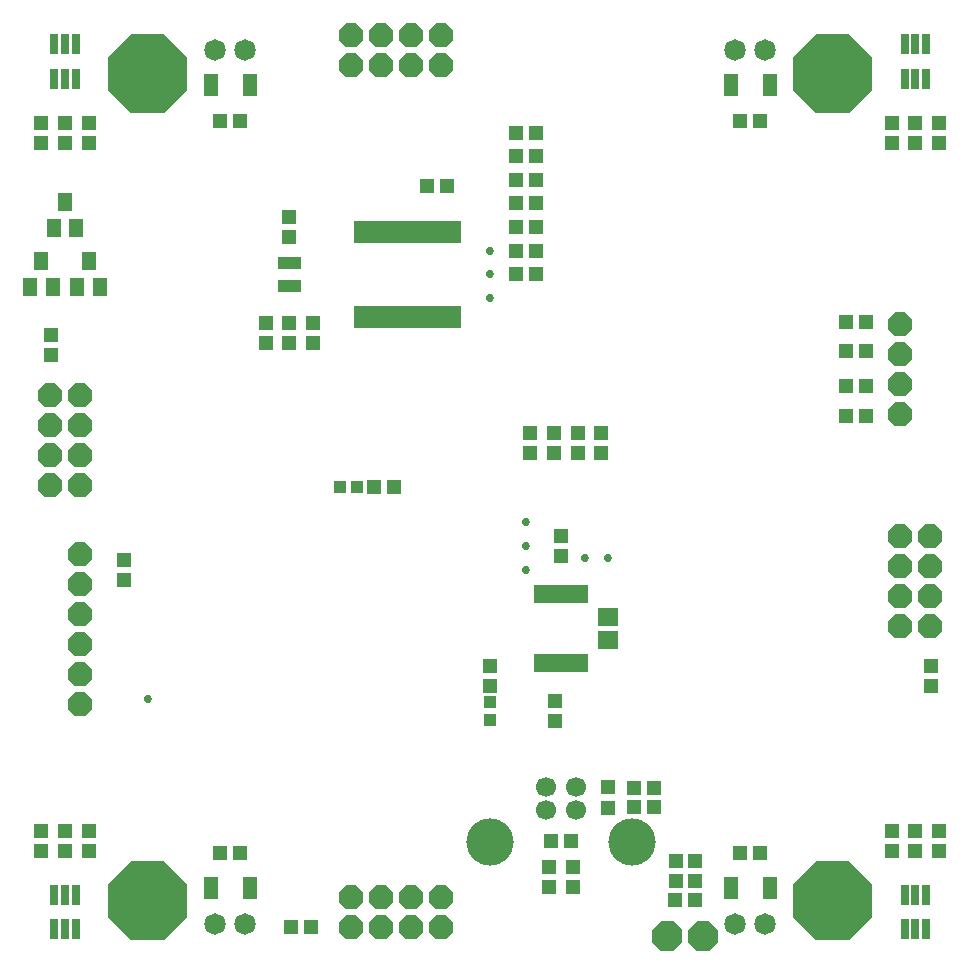
<source format=gts>
G04 Created by GerbView by Software Companions*
%FSLAX24Y24*%
%MOIN*%
%ADD10C,0.0010*%
%ADD11R,0.0511X0.0472*%
%ADD12R,0.0472X0.0511*%
%ADD13C,0.0718*%
%ADD14C,0.0275*%
%ADD15R,0.0472X0.0748*%
%ADD16R,0.0275X0.0708*%
%ADD17R,0.0255X0.0767*%
%ADD18R,0.0393X0.0393*%
%ADD19R,0.0472X0.0629*%
%ADD20R,0.0255X0.0649*%
%ADD21R,0.0255X0.0433*%
%ADD22C,0.1574*%
%ADD23C,0.0669*%
%ADD24R,0.0669X0.0590*%
%LNEXPORT*%
D02*
D10*
D11*
X1574Y4271D03*
D10*
D11*
X1574Y3602D03*
D10*
D11*
X29133Y4271D03*
D10*
D11*
X29133Y3602D03*
D10*
D11*
X14311Y25787D03*
D10*
D11*
X13641Y25787D03*
D10*
D12*
X30433Y9114D03*
D10*
D12*
X30433Y9783D03*
D10*
D12*
X17263Y23622D03*
D10*
D12*
X16594Y23622D03*
D10*
G36*
X28474Y30069D02*
X27707Y30836D01*
X26622D01*
X25855Y30069D01*
Y28984D01*
X26622Y28217D01*
X27707D01*
X28474Y28984D01*
Y30069D01*
G37*
D11*
X787Y27224D03*
D10*
D11*
X787Y27893D03*
D10*
G36*
X5639Y2510D02*
X4872Y3277D01*
X3787D01*
X3020Y2510D01*
Y1425D01*
X3787Y658D01*
X4872D01*
X5639Y1425D01*
Y2510D01*
G37*
D11*
X29921Y27224D03*
D10*
D11*
X29921Y27893D03*
D10*
D13*
X7586Y1181D03*
D10*
D13*
X6586Y1181D03*
D10*
D11*
X9114Y1062D03*
D10*
D11*
X9783Y1062D03*
D10*
D12*
X21200Y5078D03*
D10*
D12*
X20531Y5078D03*
D10*
D14*
X19685Y13385D03*
D10*
D11*
X19448Y16870D03*
D10*
D11*
X19448Y17539D03*
D10*
G36*
X29255Y20585D02*
X29020Y20350D01*
Y20019D01*
X29255Y19784D01*
X29586D01*
X29821Y20019D01*
Y20350D01*
X29586Y20585D01*
X29255D01*
G37*
G36*
X29255Y21585D02*
X29020Y21350D01*
Y21019D01*
X29255Y20784D01*
X29586D01*
X29821Y21019D01*
Y21350D01*
X29586Y21585D01*
X29255D01*
G37*
G36*
X29255Y18585D02*
X29020Y18350D01*
Y18019D01*
X29255Y17784D01*
X29586D01*
X29821Y18019D01*
Y18350D01*
X29586Y18585D01*
X29255D01*
G37*
G36*
X29255Y19585D02*
X29020Y19350D01*
Y19019D01*
X29255Y18784D01*
X29586D01*
X29821Y19019D01*
Y19350D01*
X29586Y19585D01*
X29255D01*
G37*
D11*
X2362Y4271D03*
D10*
D11*
X2362Y3602D03*
D10*
D12*
X7421Y27952D03*
D10*
D12*
X6751Y27952D03*
D10*
D11*
X15748Y9783D03*
D10*
D11*
X15748Y9114D03*
D10*
G36*
X29255Y13498D02*
X29020Y13263D01*
Y12932D01*
X29255Y12697D01*
X29586D01*
X29821Y12932D01*
Y13263D01*
X29586Y13498D01*
X29255D01*
G37*
G36*
X29255Y12498D02*
X29020Y12263D01*
Y11932D01*
X29255Y11697D01*
X29586D01*
X29821Y11932D01*
Y12263D01*
X29586Y12498D01*
X29255D01*
G37*
G36*
X30255Y13498D02*
X30020Y13263D01*
Y12932D01*
X30255Y12697D01*
X30586D01*
X30821Y12932D01*
Y13263D01*
X30586Y13498D01*
X30255D01*
G37*
G36*
X30255Y11498D02*
X30020Y11263D01*
Y10932D01*
X30255Y10697D01*
X30586D01*
X30821Y10932D01*
Y11263D01*
X30586Y11498D01*
X30255D01*
G37*
G36*
X29255Y11498D02*
X29020Y11263D01*
Y10932D01*
X29255Y10697D01*
X29586D01*
X29821Y10932D01*
Y11263D01*
X29586Y11498D01*
X29255D01*
G37*
G36*
X29255Y14498D02*
X29020Y14263D01*
Y13932D01*
X29255Y13697D01*
X29586D01*
X29821Y13932D01*
Y14263D01*
X29586Y14498D01*
X29255D01*
G37*
G36*
X30255Y14498D02*
X30020Y14263D01*
Y13932D01*
X30255Y13697D01*
X30586D01*
X30821Y13932D01*
Y14263D01*
X30586Y14498D01*
X30255D01*
G37*
G36*
X30255Y12498D02*
X30020Y12263D01*
Y11932D01*
X30255Y11697D01*
X30586D01*
X30821Y11932D01*
Y12263D01*
X30586Y12498D01*
X30255D01*
G37*
D12*
X28287Y19094D03*
D10*
D12*
X27618Y19094D03*
D10*
D11*
X8267Y20531D03*
D10*
D11*
X8267Y21200D03*
D10*
D14*
X16929Y12992D03*
D10*
D11*
X3543Y13326D03*
D10*
D11*
X3543Y12657D03*
D10*
D11*
X29921Y4271D03*
D10*
D11*
X29921Y3602D03*
D10*
D12*
X19685Y5059D03*
D10*
D12*
X19685Y5728D03*
D10*
D11*
X29133Y27224D03*
D10*
D11*
X29133Y27893D03*
D10*
D15*
X6437Y2362D03*
D10*
D15*
X7736Y2362D03*
D10*
D16*
X1929Y2155D03*
D10*
D16*
X1574Y994D03*
D10*
D16*
X1220Y2155D03*
D10*
D16*
X1929Y994D03*
D10*
D16*
X1574Y2155D03*
D10*
D16*
X1220Y994D03*
D10*
D11*
X30708Y27224D03*
D10*
D11*
X30708Y27893D03*
D10*
D16*
X30275Y2155D03*
D10*
D16*
X29921Y994D03*
D10*
D16*
X29566Y2155D03*
D10*
D16*
X30275Y994D03*
D10*
D16*
X29921Y2155D03*
D10*
D16*
X29566Y994D03*
D10*
D17*
X13631Y24251D03*
D10*
D17*
X12864Y21417D03*
D10*
D17*
X12864Y24251D03*
D10*
D17*
X14399Y24251D03*
D10*
D17*
X13375Y21417D03*
D10*
D17*
X11328Y24251D03*
D10*
D17*
X12096Y21417D03*
D10*
D17*
X12608Y24251D03*
D10*
D17*
X11584Y24251D03*
D10*
D17*
X11840Y21417D03*
D10*
D17*
X13375Y24251D03*
D10*
D17*
X13631Y21417D03*
D10*
D17*
X12608Y21417D03*
D10*
D17*
X12352Y24251D03*
D10*
D17*
X14655Y21417D03*
D10*
D17*
X12096Y24251D03*
D10*
D17*
X11584Y21417D03*
D10*
D17*
X13887Y21417D03*
D10*
D17*
X14143Y21417D03*
D10*
D17*
X14655Y24251D03*
D10*
D17*
X13887Y24251D03*
D10*
D17*
X14399Y21417D03*
D10*
D17*
X13120Y24251D03*
D10*
D17*
X11328Y21417D03*
D10*
D17*
X14143Y24251D03*
D10*
D17*
X13120Y21417D03*
D10*
D17*
X11840Y24251D03*
D10*
D17*
X12352Y21417D03*
D10*
G36*
X23331Y993D02*
X23040Y1284D01*
X22627D01*
X22336Y993D01*
Y580D01*
X22627Y289D01*
X23040D01*
X23331Y580D01*
Y993D01*
G37*
D11*
X1574Y27224D03*
D10*
D11*
X1574Y27893D03*
D10*
D12*
X24074Y27952D03*
D10*
D12*
X24744Y27952D03*
D10*
D18*
X10728Y15748D03*
D10*
D18*
X11318Y15748D03*
D10*
D12*
X16594Y24409D03*
D10*
D12*
X17263Y24409D03*
D10*
D11*
X18110Y13444D03*
D10*
D11*
X18110Y14114D03*
D10*
D14*
X15748Y22047D03*
D10*
D11*
X787Y4271D03*
D10*
D11*
X787Y3602D03*
D10*
D12*
X17263Y27559D03*
D10*
D12*
X16594Y27559D03*
D10*
G36*
X2239Y11122D02*
X2474Y11357D01*
Y11688D01*
X2239Y11923D01*
X1908D01*
X1673Y11688D01*
Y11357D01*
X1908Y11122D01*
X2239D01*
G37*
G36*
X2239Y9122D02*
X2474Y9357D01*
Y9688D01*
X2239Y9923D01*
X1908D01*
X1673Y9688D01*
Y9357D01*
X1908Y9122D01*
X2239D01*
G37*
G36*
X2239Y10122D02*
X2474Y10357D01*
Y10688D01*
X2239Y10923D01*
X1908D01*
X1673Y10688D01*
Y10357D01*
X1908Y10122D01*
X2239D01*
G37*
G36*
X2239Y13122D02*
X2474Y13357D01*
Y13688D01*
X2239Y13923D01*
X1908D01*
X1673Y13688D01*
Y13357D01*
X1908Y13122D01*
X2239D01*
G37*
G36*
X2239Y12122D02*
X2474Y12357D01*
Y12688D01*
X2239Y12923D01*
X1908D01*
X1673Y12688D01*
Y12357D01*
X1908Y12122D01*
X2239D01*
G37*
G36*
X2239Y8122D02*
X2474Y8357D01*
Y8688D01*
X2239Y8923D01*
X1908D01*
X1673Y8688D01*
Y8357D01*
X1908Y8122D01*
X2239D01*
G37*
D13*
X23909Y30314D03*
D10*
D13*
X24909Y30314D03*
D10*
D12*
X28287Y18110D03*
D10*
D12*
X27618Y18110D03*
D10*
D12*
X28287Y20275D03*
D10*
D12*
X27618Y20275D03*
D10*
D11*
X30708Y4271D03*
D10*
D11*
X30708Y3602D03*
D10*
D11*
X9055Y20531D03*
D10*
D11*
X9055Y21200D03*
D10*
D19*
X787Y23267D03*
D10*
D19*
X413Y22401D03*
D10*
D19*
X1161Y22401D03*
D10*
D11*
X17086Y16870D03*
D10*
D11*
X17086Y17539D03*
D10*
D11*
X21929Y2618D03*
D10*
D11*
X21929Y3287D03*
D10*
D12*
X7421Y3543D03*
D10*
D12*
X6751Y3543D03*
D10*
D12*
X17263Y25196D03*
D10*
D12*
X16594Y25196D03*
D10*
D11*
X18661Y17539D03*
D10*
D11*
X18661Y16870D03*
D10*
D13*
X23909Y1181D03*
D10*
D13*
X24909Y1181D03*
D10*
D14*
X16929Y13779D03*
D10*
D12*
X12539Y15748D03*
D10*
D12*
X11870Y15748D03*
D10*
D11*
X9842Y20531D03*
D10*
D11*
X9842Y21200D03*
D10*
D12*
X17263Y22834D03*
D10*
D12*
X16594Y22834D03*
D10*
D11*
X2362Y27224D03*
D10*
D11*
X2362Y27893D03*
D10*
D14*
X15748Y23622D03*
D10*
D11*
X18503Y2421D03*
D10*
D11*
X18503Y3090D03*
D10*
D11*
X21909Y1968D03*
D10*
D11*
X22578Y1968D03*
D10*
D12*
X20531Y5708D03*
D10*
D12*
X21200Y5708D03*
D10*
D11*
X17874Y16870D03*
D10*
D11*
X17874Y17539D03*
D10*
D19*
X2362Y23267D03*
D10*
D19*
X1988Y22401D03*
D10*
D19*
X2736Y22401D03*
D10*
D13*
X7586Y30314D03*
D10*
D13*
X6586Y30314D03*
D10*
D12*
X17913Y8602D03*
D10*
D12*
X17913Y7933D03*
D10*
D16*
X29566Y29340D03*
D10*
D16*
X29921Y30501D03*
D10*
D16*
X30275Y29340D03*
D10*
D16*
X29566Y30501D03*
D10*
D16*
X29921Y29340D03*
D10*
D16*
X30275Y30501D03*
D10*
D14*
X15748Y22834D03*
D10*
D15*
X25059Y29133D03*
D10*
D15*
X23759Y29133D03*
D10*
G36*
X22150Y993D02*
X21859Y1284D01*
X21446D01*
X21155Y993D01*
Y580D01*
X21446Y289D01*
X21859D01*
X22150Y580D01*
Y993D01*
G37*
D12*
X17263Y25984D03*
D10*
D12*
X16594Y25984D03*
D10*
D16*
X1220Y29340D03*
D10*
D16*
X1574Y30501D03*
D10*
D16*
X1929Y29340D03*
D10*
D16*
X1220Y30501D03*
D10*
D16*
X1574Y29340D03*
D10*
D16*
X1929Y30501D03*
D10*
D14*
X16929Y14566D03*
D10*
G36*
X13498Y2239D02*
X13263Y2474D01*
X12932D01*
X12697Y2239D01*
Y1908D01*
X12932Y1673D01*
X13263D01*
X13498Y1908D01*
Y2239D01*
G37*
G36*
X12498Y2239D02*
X12263Y2474D01*
X11932D01*
X11697Y2239D01*
Y1908D01*
X11932Y1673D01*
X12263D01*
X12498Y1908D01*
Y2239D01*
G37*
G36*
X13498Y1239D02*
X13263Y1474D01*
X12932D01*
X12697Y1239D01*
Y908D01*
X12932Y673D01*
X13263D01*
X13498Y908D01*
Y1239D01*
G37*
G36*
X11498Y1239D02*
X11263Y1474D01*
X10932D01*
X10697Y1239D01*
Y908D01*
X10932Y673D01*
X11263D01*
X11498Y908D01*
Y1239D01*
G37*
G36*
X11498Y2239D02*
X11263Y2474D01*
X10932D01*
X10697Y2239D01*
Y1908D01*
X10932Y1673D01*
X11263D01*
X11498Y1908D01*
Y2239D01*
G37*
G36*
X14498Y2239D02*
X14263Y2474D01*
X13932D01*
X13697Y2239D01*
Y1908D01*
X13932Y1673D01*
X14263D01*
X14498Y1908D01*
Y2239D01*
G37*
G36*
X14498Y1239D02*
X14263Y1474D01*
X13932D01*
X13697Y1239D01*
Y908D01*
X13932Y673D01*
X14263D01*
X14498Y908D01*
Y1239D01*
G37*
G36*
X12498Y1239D02*
X12263Y1474D01*
X11932D01*
X11697Y1239D01*
Y908D01*
X11932Y673D01*
X12263D01*
X12498Y908D01*
Y1239D01*
G37*
G36*
X28474Y2510D02*
X27707Y3277D01*
X26622D01*
X25855Y2510D01*
Y1425D01*
X26622Y658D01*
X27707D01*
X28474Y1425D01*
Y2510D01*
G37*
D12*
X24074Y3543D03*
D10*
D12*
X24744Y3543D03*
D10*
G36*
X12697Y29648D02*
X12932Y29413D01*
X13263D01*
X13498Y29648D01*
Y29979D01*
X13263Y30214D01*
X12932D01*
X12697Y29979D01*
Y29648D01*
G37*
G36*
X11697Y29648D02*
X11932Y29413D01*
X12263D01*
X12498Y29648D01*
Y29979D01*
X12263Y30214D01*
X11932D01*
X11697Y29979D01*
Y29648D01*
G37*
G36*
X12697Y30648D02*
X12932Y30413D01*
X13263D01*
X13498Y30648D01*
Y30979D01*
X13263Y31214D01*
X12932D01*
X12697Y30979D01*
Y30648D01*
G37*
G36*
X10697Y30648D02*
X10932Y30413D01*
X11263D01*
X11498Y30648D01*
Y30979D01*
X11263Y31214D01*
X10932D01*
X10697Y30979D01*
Y30648D01*
G37*
G36*
X10697Y29648D02*
X10932Y29413D01*
X11263D01*
X11498Y29648D01*
Y29979D01*
X11263Y30214D01*
X10932D01*
X10697Y29979D01*
Y29648D01*
G37*
G36*
X13697Y29648D02*
X13932Y29413D01*
X14263D01*
X14498Y29648D01*
Y29979D01*
X14263Y30214D01*
X13932D01*
X13697Y29979D01*
Y29648D01*
G37*
G36*
X13697Y30648D02*
X13932Y30413D01*
X14263D01*
X14498Y30648D01*
Y30979D01*
X14263Y31214D01*
X13932D01*
X13697Y30979D01*
Y30648D01*
G37*
G36*
X11697Y30648D02*
X11932Y30413D01*
X12263D01*
X12498Y30648D01*
Y30979D01*
X12263Y31214D01*
X11932D01*
X11697Y30979D01*
Y30648D01*
G37*
D20*
X18110Y9862D03*
D10*
D20*
X17342Y12185D03*
D10*
D20*
X18877Y9862D03*
D10*
D20*
X18622Y12185D03*
D10*
D20*
X17854Y9862D03*
D10*
D20*
X18622Y9862D03*
D10*
D20*
X18366Y9862D03*
D10*
D20*
X17598Y12185D03*
D10*
D20*
X18110Y12185D03*
D10*
D20*
X17342Y9862D03*
D10*
D20*
X17854Y12185D03*
D10*
D20*
X18877Y12185D03*
D10*
D20*
X17598Y9862D03*
D10*
D20*
X18366Y12185D03*
D10*
D21*
X9055Y22460D03*
D10*
D21*
X8799Y23208D03*
D10*
D21*
X9311Y23208D03*
D10*
D21*
X9055Y23208D03*
D10*
D21*
X8799Y22460D03*
D10*
D21*
X9311Y22460D03*
D10*
D15*
X25059Y2362D03*
D10*
D15*
X23759Y2362D03*
D10*
G36*
X2239Y16421D02*
X2474Y16656D01*
Y16987D01*
X2239Y17222D01*
X1908D01*
X1673Y16987D01*
Y16656D01*
X1908Y16421D01*
X2239D01*
G37*
G36*
X2239Y17421D02*
X2474Y17656D01*
Y17987D01*
X2239Y18222D01*
X1908D01*
X1673Y17987D01*
Y17656D01*
X1908Y17421D01*
X2239D01*
G37*
G36*
X1239Y16421D02*
X1474Y16656D01*
Y16987D01*
X1239Y17222D01*
X908D01*
X673Y16987D01*
Y16656D01*
X908Y16421D01*
X1239D01*
G37*
G36*
X1239Y18421D02*
X1474Y18656D01*
Y18987D01*
X1239Y19222D01*
X908D01*
X673Y18987D01*
Y18656D01*
X908Y18421D01*
X1239D01*
G37*
G36*
X2239Y18421D02*
X2474Y18656D01*
Y18987D01*
X2239Y19222D01*
X1908D01*
X1673Y18987D01*
Y18656D01*
X1908Y18421D01*
X2239D01*
G37*
G36*
X2239Y15421D02*
X2474Y15656D01*
Y15987D01*
X2239Y16222D01*
X1908D01*
X1673Y15987D01*
Y15656D01*
X1908Y15421D01*
X2239D01*
G37*
G36*
X1239Y15421D02*
X1474Y15656D01*
Y15987D01*
X1239Y16222D01*
X908D01*
X673Y15987D01*
Y15656D01*
X908Y15421D01*
X1239D01*
G37*
G36*
X1239Y17421D02*
X1474Y17656D01*
Y17987D01*
X1239Y18222D01*
X908D01*
X673Y17987D01*
Y17656D01*
X908Y17421D01*
X1239D01*
G37*
D18*
X15748Y7972D03*
D10*
D18*
X15748Y8562D03*
D10*
G36*
X5639Y30069D02*
X4872Y30836D01*
X3787D01*
X3020Y30069D01*
Y28984D01*
X3787Y28217D01*
X4872D01*
X5639Y28984D01*
Y30069D01*
G37*
D11*
X22559Y2618D03*
D10*
D11*
X22559Y3287D03*
D10*
D12*
X17775Y3937D03*
D10*
D12*
X18444Y3937D03*
D10*
D12*
X1102Y20807D03*
D10*
D12*
X1102Y20137D03*
D10*
D12*
X9055Y24744D03*
D10*
D12*
X9055Y24074D03*
D10*
D12*
X28287Y21259D03*
D10*
D12*
X27618Y21259D03*
D10*
D14*
X4330Y8661D03*
D10*
D14*
X18897Y13385D03*
D10*
D19*
X1574Y25236D03*
D10*
D19*
X1200Y24370D03*
D10*
D19*
X1948Y24370D03*
D10*
D22*
X15740Y3897D03*
D10*
D23*
X17618Y4964D03*
D10*
D23*
X18602Y5751D03*
D10*
D22*
X20480Y3897D03*
D10*
D23*
X17618Y5751D03*
D10*
D23*
X18602Y4964D03*
D10*
D15*
X6437Y29133D03*
D10*
D15*
X7736Y29133D03*
D10*
D11*
X17716Y2421D03*
D10*
D11*
X17716Y3090D03*
D10*
D12*
X17263Y26771D03*
D10*
D12*
X16594Y26771D03*
D10*
D24*
X19685Y10649D03*
D10*
D24*
X19685Y11397D03*
D10*
D10*
D02*
M02*

</source>
